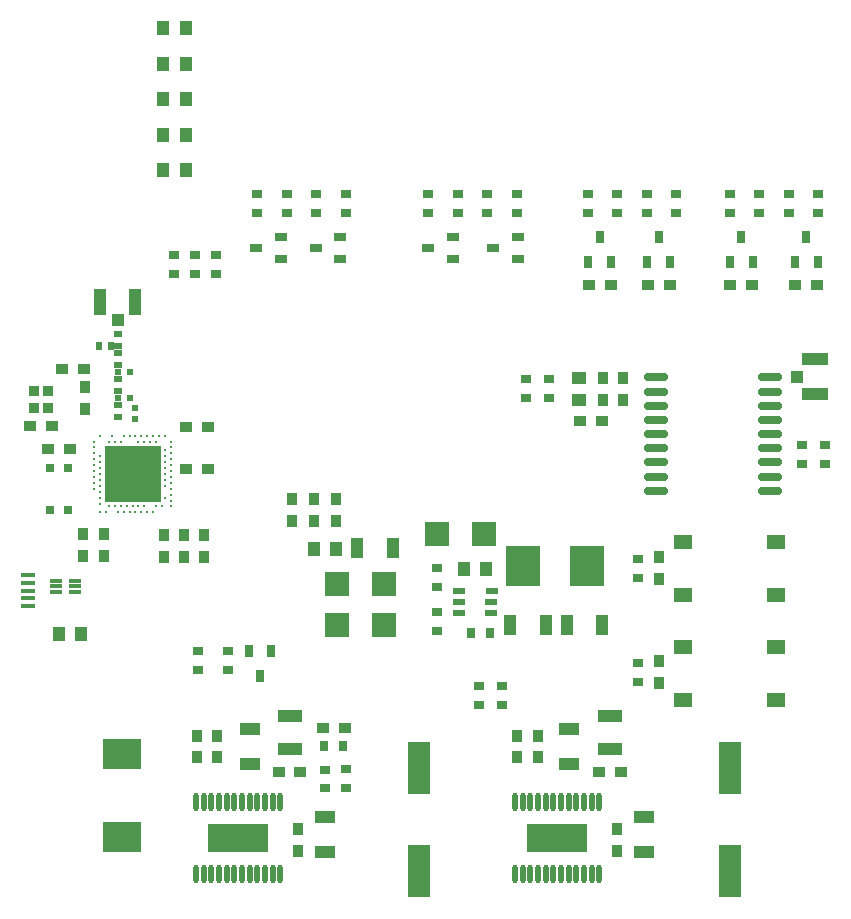
<source format=gtp>
G04 Layer_Color=8421504*
%FSLAX25Y25*%
%MOIN*%
G70*
G01*
G75*
%ADD10R,0.03937X0.03543*%
%ADD11R,0.08661X0.04134*%
%ADD12R,0.04134X0.03937*%
%ADD13R,0.04331X0.04724*%
%ADD14R,0.06102X0.05118*%
%ADD15R,0.03543X0.03937*%
%ADD16R,0.07480X0.17323*%
%ADD17R,0.06693X0.03937*%
%ADD18R,0.03937X0.06693*%
%ADD19R,0.04134X0.08661*%
%ADD20R,0.03937X0.04134*%
%ADD21R,0.07874X0.07874*%
%ADD22R,0.12992X0.09842*%
%ADD23R,0.05118X0.01772*%
%ADD24R,0.04724X0.04331*%
%ADD25R,0.07874X0.03937*%
%ADD26R,0.11614X0.13780*%
%ADD27R,0.02756X0.02362*%
%ADD28R,0.02362X0.02756*%
%ADD29R,0.03543X0.03150*%
%ADD30R,0.03150X0.03543*%
G04:AMPARAMS|DCode=31|XSize=23.62mil|YSize=78.74mil|CornerRadius=5.91mil|HoleSize=0mil|Usage=FLASHONLY|Rotation=270.000|XOffset=0mil|YOffset=0mil|HoleType=Round|Shape=RoundedRectangle|*
%AMROUNDEDRECTD31*
21,1,0.02362,0.06693,0,0,270.0*
21,1,0.01181,0.07874,0,0,270.0*
1,1,0.01181,-0.03347,-0.00591*
1,1,0.01181,-0.03347,0.00591*
1,1,0.01181,0.03347,0.00591*
1,1,0.01181,0.03347,-0.00591*
%
%ADD31ROUNDEDRECTD31*%
%ADD32R,0.03937X0.01181*%
%ADD33R,0.03937X0.02362*%
%ADD34R,0.03150X0.03150*%
%ADD35R,0.03347X0.03740*%
%ADD36R,0.01968X0.01968*%
%ADD37R,0.01968X0.01968*%
%ADD38R,0.19095X0.19095*%
%ADD40R,0.02756X0.03937*%
%ADD41R,0.03937X0.02756*%
%ADD42R,0.20315X0.09449*%
%ADD43O,0.01772X0.06299*%
%ADD79C,0.01181*%
D10*
X216240Y247244D02*
D03*
X208957D02*
D03*
X235925D02*
D03*
X228642D02*
D03*
X74705Y185827D02*
D03*
X81988D02*
D03*
X212500Y84646D02*
D03*
X219783D02*
D03*
X105610D02*
D03*
X112894Y84646D02*
D03*
X35925Y192520D02*
D03*
X28642D02*
D03*
X263484Y247244D02*
D03*
X256201D02*
D03*
X285138D02*
D03*
X277854D02*
D03*
X206004Y201772D02*
D03*
X213287D02*
D03*
X30020Y200000D02*
D03*
X22736Y200000D02*
D03*
X33366Y219291D02*
D03*
X40650Y219291D02*
D03*
X74724Y199701D02*
D03*
X82008D02*
D03*
X127657Y99410D02*
D03*
X120374D02*
D03*
D11*
X284449Y222342D02*
D03*
Y210728D02*
D03*
D12*
X278445Y216535D02*
D03*
D13*
X74705Y285433D02*
D03*
X67027Y285433D02*
D03*
X74705Y297244D02*
D03*
X67027D02*
D03*
X74705Y309055D02*
D03*
X67027D02*
D03*
X74705Y332677D02*
D03*
X67027D02*
D03*
X167421Y152362D02*
D03*
X174705Y152362D02*
D03*
X74705Y320866D02*
D03*
X67027D02*
D03*
X117421Y159055D02*
D03*
X124705Y159055D02*
D03*
X32382Y130905D02*
D03*
X39665Y130905D02*
D03*
D14*
X240256Y161614D02*
D03*
Y143898D02*
D03*
X271555Y161614D02*
D03*
Y143898D02*
D03*
X240256Y126378D02*
D03*
Y108661D02*
D03*
X271555Y126378D02*
D03*
Y108661D02*
D03*
D15*
X117520Y168405D02*
D03*
X117520Y175689D02*
D03*
X124606Y168405D02*
D03*
X124606Y175689D02*
D03*
X110039Y168405D02*
D03*
Y175689D02*
D03*
X232283Y149114D02*
D03*
Y156398D02*
D03*
X218504Y65650D02*
D03*
X218504Y58366D02*
D03*
X192126Y96949D02*
D03*
X192126Y89665D02*
D03*
X185039Y96949D02*
D03*
Y89665D02*
D03*
X112205Y65650D02*
D03*
Y58366D02*
D03*
X85039Y96949D02*
D03*
Y89665D02*
D03*
X78347Y96949D02*
D03*
Y89665D02*
D03*
X232283Y114469D02*
D03*
X232283Y121752D02*
D03*
X40354Y156791D02*
D03*
Y164075D02*
D03*
X213583Y216240D02*
D03*
X213583Y208957D02*
D03*
X220472Y216240D02*
D03*
Y208957D02*
D03*
X47441Y164075D02*
D03*
Y156791D02*
D03*
X40945Y205807D02*
D03*
Y213090D02*
D03*
X67323Y163878D02*
D03*
Y156595D02*
D03*
X74016Y163878D02*
D03*
Y156595D02*
D03*
X80709Y163878D02*
D03*
Y156595D02*
D03*
D16*
X255906Y86024D02*
D03*
Y51772D02*
D03*
X152559Y86024D02*
D03*
X152559Y51772D02*
D03*
D17*
X227559Y58071D02*
D03*
X227559Y69882D02*
D03*
X202362Y87402D02*
D03*
Y99213D02*
D03*
X121063Y58071D02*
D03*
Y69882D02*
D03*
X96063Y87402D02*
D03*
Y99213D02*
D03*
D18*
X182874Y133661D02*
D03*
X194685D02*
D03*
X213386Y133661D02*
D03*
X201575Y133661D02*
D03*
X131890Y159449D02*
D03*
X143701D02*
D03*
D19*
X46161Y241339D02*
D03*
X57776D02*
D03*
D20*
X51968Y235335D02*
D03*
D21*
X140748Y133858D02*
D03*
X125000Y133858D02*
D03*
X140748Y147638D02*
D03*
X125000D02*
D03*
X174016Y164173D02*
D03*
X158268D02*
D03*
D22*
X53543Y90748D02*
D03*
X53543Y63189D02*
D03*
D23*
X22047Y142717D02*
D03*
X22047Y145276D02*
D03*
X22047Y147835D02*
D03*
X22047Y140157D02*
D03*
Y150394D02*
D03*
D24*
X205709Y208957D02*
D03*
Y216240D02*
D03*
D25*
X216142Y92520D02*
D03*
Y103543D02*
D03*
X109252Y92520D02*
D03*
Y103543D02*
D03*
D26*
X208366Y153347D02*
D03*
X186909D02*
D03*
D27*
X51968Y220472D02*
D03*
Y224409D02*
D03*
Y226772D02*
D03*
Y230709D02*
D03*
Y203150D02*
D03*
Y207087D02*
D03*
Y211811D02*
D03*
Y215748D02*
D03*
D28*
X49606Y226772D02*
D03*
X45669D02*
D03*
D29*
X225394Y149606D02*
D03*
Y155905D02*
D03*
X158268Y137992D02*
D03*
Y131693D02*
D03*
Y152756D02*
D03*
Y146457D02*
D03*
X77756Y250787D02*
D03*
Y257087D02*
D03*
X70866Y250787D02*
D03*
Y257087D02*
D03*
X225394Y114961D02*
D03*
Y121260D02*
D03*
X287795Y193701D02*
D03*
Y187402D02*
D03*
X279921Y193701D02*
D03*
Y187402D02*
D03*
X187992Y209449D02*
D03*
Y215748D02*
D03*
X84646Y257087D02*
D03*
Y250787D02*
D03*
X195866Y215748D02*
D03*
Y209449D02*
D03*
X238189Y271260D02*
D03*
Y277559D02*
D03*
X175197Y271260D02*
D03*
Y277559D02*
D03*
X185039Y271260D02*
D03*
Y277559D02*
D03*
X155512Y271260D02*
D03*
X155512Y277559D02*
D03*
X208661Y271260D02*
D03*
Y277559D02*
D03*
X127953D02*
D03*
Y271260D02*
D03*
X108268Y277559D02*
D03*
Y271260D02*
D03*
X98425Y277559D02*
D03*
Y271260D02*
D03*
X118110Y277559D02*
D03*
Y271260D02*
D03*
X228346D02*
D03*
Y277559D02*
D03*
X285433Y277559D02*
D03*
Y271260D02*
D03*
X275590Y277559D02*
D03*
Y271260D02*
D03*
X255906Y277559D02*
D03*
Y271260D02*
D03*
X265748Y277559D02*
D03*
Y271260D02*
D03*
X218504Y271260D02*
D03*
Y277559D02*
D03*
X165354Y271260D02*
D03*
X165354Y277559D02*
D03*
X88583Y125197D02*
D03*
Y118898D02*
D03*
X78740Y125197D02*
D03*
Y118898D02*
D03*
X180118Y113386D02*
D03*
Y107087D02*
D03*
X172244Y113386D02*
D03*
Y107087D02*
D03*
X127953Y85827D02*
D03*
Y79528D02*
D03*
X121063Y79331D02*
D03*
Y85630D02*
D03*
D30*
X176181Y131299D02*
D03*
X169882D02*
D03*
X120866Y93504D02*
D03*
X127165D02*
D03*
D31*
X231496Y216339D02*
D03*
X231496Y211614D02*
D03*
X231496Y206890D02*
D03*
X231496Y202165D02*
D03*
X231496Y197441D02*
D03*
Y192717D02*
D03*
Y187992D02*
D03*
X231496Y183268D02*
D03*
X231496Y178543D02*
D03*
X269291D02*
D03*
Y183268D02*
D03*
Y187992D02*
D03*
Y192717D02*
D03*
Y197441D02*
D03*
Y202165D02*
D03*
Y206890D02*
D03*
Y211614D02*
D03*
Y216339D02*
D03*
D32*
X37598Y148622D02*
D03*
Y146653D02*
D03*
Y144685D02*
D03*
X31299Y144685D02*
D03*
X31299Y146653D02*
D03*
X31299Y148622D02*
D03*
D33*
X176476Y141535D02*
D03*
X176476Y137795D02*
D03*
X165650D02*
D03*
Y141535D02*
D03*
Y145276D02*
D03*
X176575Y145276D02*
D03*
D34*
X35433Y172047D02*
D03*
X29528D02*
D03*
X35236Y186221D02*
D03*
X29331D02*
D03*
D35*
X28642Y206201D02*
D03*
X24114Y206201D02*
D03*
X24114Y211910D02*
D03*
X28642Y211910D02*
D03*
D36*
X51968Y209448D02*
D03*
X55905D02*
D03*
X51968Y218110D02*
D03*
X55905D02*
D03*
D37*
X57874Y202362D02*
D03*
Y206299D02*
D03*
D38*
X56910Y184150D02*
D03*
D40*
X281496Y263189D02*
D03*
X285236Y254921D02*
D03*
X277756D02*
D03*
X259842Y263189D02*
D03*
X263583Y254921D02*
D03*
X256102D02*
D03*
X228543Y254921D02*
D03*
X236024Y254921D02*
D03*
X232283Y263189D02*
D03*
X208858Y254921D02*
D03*
X216339D02*
D03*
X212598Y263189D02*
D03*
X99410Y116929D02*
D03*
X95669Y125197D02*
D03*
X103150Y125197D02*
D03*
D41*
X185236Y255709D02*
D03*
Y263189D02*
D03*
X176969Y259449D02*
D03*
X163583Y255709D02*
D03*
X163583Y263189D02*
D03*
X155315Y259449D02*
D03*
X98228Y259449D02*
D03*
X106496Y263189D02*
D03*
Y255709D02*
D03*
X117913Y259449D02*
D03*
X126181Y263189D02*
D03*
Y255709D02*
D03*
D42*
X92126Y62795D02*
D03*
X198425D02*
D03*
D43*
X78051Y50787D02*
D03*
X80610D02*
D03*
X83169D02*
D03*
X85728D02*
D03*
X88287D02*
D03*
X90847D02*
D03*
X93405D02*
D03*
X95965D02*
D03*
X98524D02*
D03*
X101083D02*
D03*
X103642D02*
D03*
X106201D02*
D03*
X78051Y74803D02*
D03*
X80610D02*
D03*
X83169D02*
D03*
X85728D02*
D03*
X88287D02*
D03*
X90847D02*
D03*
X93405D02*
D03*
X95965D02*
D03*
X98524D02*
D03*
X101083D02*
D03*
X103642D02*
D03*
X106201D02*
D03*
X212500D02*
D03*
X209941D02*
D03*
X207382D02*
D03*
X204823D02*
D03*
X202264D02*
D03*
X199705D02*
D03*
X197146D02*
D03*
X194587D02*
D03*
X192028D02*
D03*
X189469D02*
D03*
X186909D02*
D03*
X184350D02*
D03*
X212500Y50787D02*
D03*
X209941D02*
D03*
X207382D02*
D03*
X204823D02*
D03*
X202264D02*
D03*
X199705D02*
D03*
X197146D02*
D03*
X194587D02*
D03*
X192028D02*
D03*
X189469D02*
D03*
X186909D02*
D03*
X184350D02*
D03*
D79*
X69705Y194976D02*
D03*
Y193008D02*
D03*
Y191039D02*
D03*
Y189071D02*
D03*
Y187102D02*
D03*
Y185134D02*
D03*
Y183165D02*
D03*
Y181197D02*
D03*
Y179228D02*
D03*
Y177260D02*
D03*
Y175291D02*
D03*
Y173323D02*
D03*
X67736Y196945D02*
D03*
Y192024D02*
D03*
Y190055D02*
D03*
Y188087D02*
D03*
Y186118D02*
D03*
Y184150D02*
D03*
Y182181D02*
D03*
Y180213D02*
D03*
Y176276D02*
D03*
X66752Y173323D02*
D03*
X65768Y196945D02*
D03*
X64784Y194976D02*
D03*
Y173323D02*
D03*
X63799Y196945D02*
D03*
Y171354D02*
D03*
X62815Y194976D02*
D03*
X61831Y196945D02*
D03*
Y171354D02*
D03*
X60847Y194976D02*
D03*
Y173323D02*
D03*
X59862Y196945D02*
D03*
Y171354D02*
D03*
X58878Y194976D02*
D03*
Y173323D02*
D03*
X57894Y196945D02*
D03*
Y171354D02*
D03*
X56910Y173323D02*
D03*
X55925Y196945D02*
D03*
Y171354D02*
D03*
X54941Y173323D02*
D03*
X53957Y196945D02*
D03*
Y171354D02*
D03*
X52973Y194976D02*
D03*
Y173323D02*
D03*
X51988Y171354D02*
D03*
X51004Y194976D02*
D03*
Y173323D02*
D03*
X50020Y196945D02*
D03*
X49035Y173323D02*
D03*
X48051Y171354D02*
D03*
X49035Y194976D02*
D03*
X46083Y196945D02*
D03*
Y190055D02*
D03*
Y188087D02*
D03*
Y186118D02*
D03*
Y184150D02*
D03*
Y182181D02*
D03*
Y180213D02*
D03*
Y178244D02*
D03*
Y176276D02*
D03*
Y174307D02*
D03*
Y171354D02*
D03*
X44114Y194976D02*
D03*
Y191039D02*
D03*
Y189071D02*
D03*
Y187102D02*
D03*
Y185134D02*
D03*
Y183165D02*
D03*
Y181197D02*
D03*
Y179228D02*
D03*
Y193008D02*
D03*
M02*

</source>
